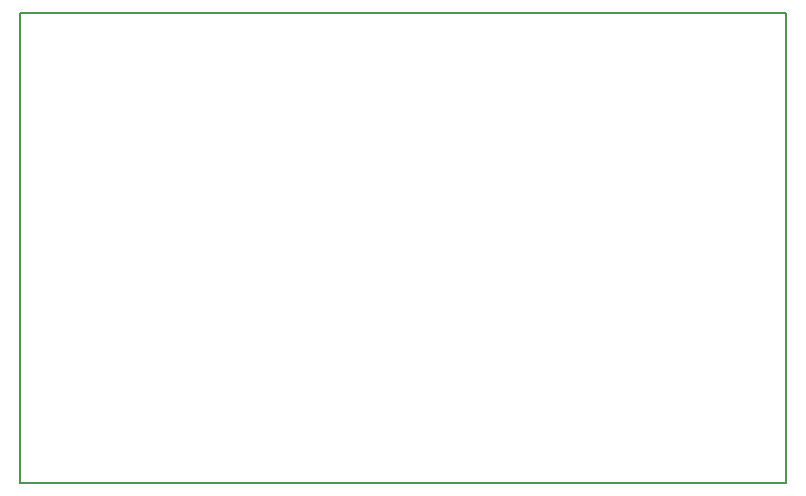
<source format=gbo>
G04 MADE WITH FRITZING*
G04 WWW.FRITZING.ORG*
G04 DOUBLE SIDED*
G04 HOLES PLATED*
G04 CONTOUR ON CENTER OF CONTOUR VECTOR*
%ASAXBY*%
%FSLAX23Y23*%
%MOIN*%
%OFA0B0*%
%SFA1.0B1.0*%
%ADD10R,2.559060X1.574800X2.543060X1.558800*%
%ADD11C,0.008000*%
%LNSILK0*%
G90*
G70*
G54D11*
X4Y1571D02*
X2555Y1571D01*
X2555Y4D01*
X4Y4D01*
X4Y1571D01*
D02*
G04 End of Silk0*
M02*
</source>
